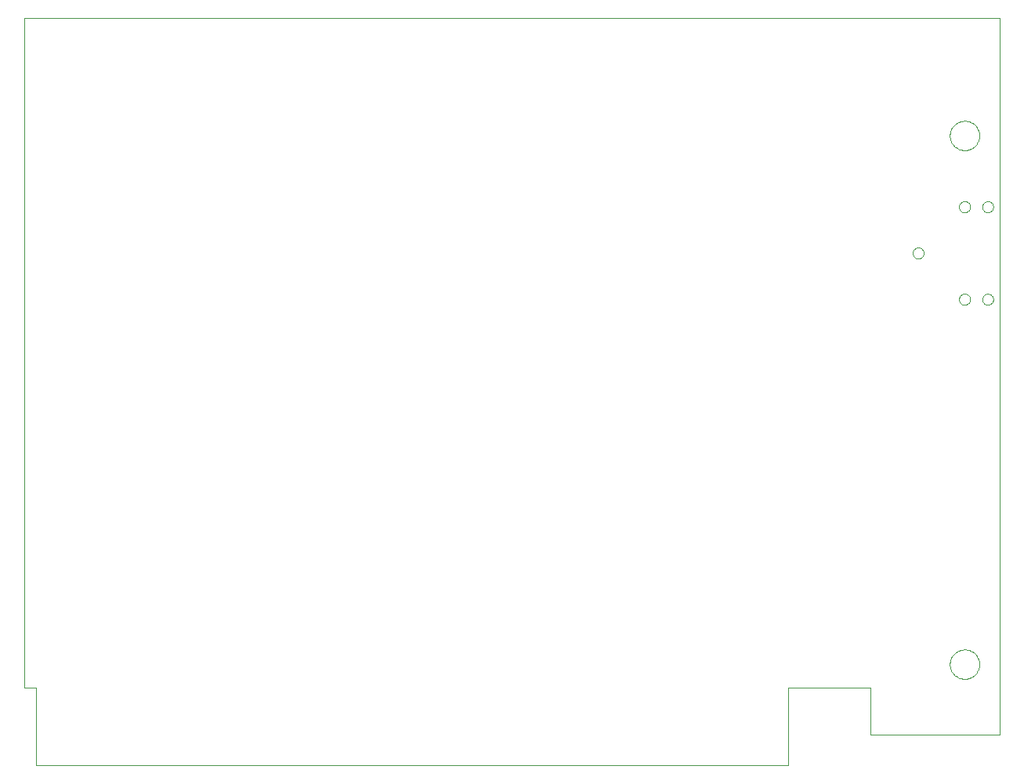
<source format=gko>
G75*
%MOIN*%
%OFA0B0*%
%FSLAX24Y24*%
%IPPOS*%
%LPD*%
%AMOC8*
5,1,8,0,0,1.08239X$1,22.5*
%
%ADD10C,0.0000*%
D10*
X000733Y000140D02*
X032733Y000140D01*
X032733Y003440D01*
X036233Y003440D01*
X036233Y001440D01*
X041733Y001440D01*
X041733Y031936D01*
X000233Y031936D01*
X000233Y003440D01*
X000733Y003440D01*
X000733Y000140D01*
X038029Y021940D02*
X038031Y021970D01*
X038037Y022000D01*
X038046Y022029D01*
X038059Y022056D01*
X038076Y022081D01*
X038095Y022104D01*
X038118Y022125D01*
X038143Y022142D01*
X038169Y022156D01*
X038198Y022166D01*
X038227Y022173D01*
X038257Y022176D01*
X038288Y022175D01*
X038318Y022170D01*
X038347Y022161D01*
X038374Y022149D01*
X038400Y022134D01*
X038424Y022115D01*
X038445Y022093D01*
X038463Y022069D01*
X038478Y022042D01*
X038489Y022014D01*
X038497Y021985D01*
X038501Y021955D01*
X038501Y021925D01*
X038497Y021895D01*
X038489Y021866D01*
X038478Y021838D01*
X038463Y021811D01*
X038445Y021787D01*
X038424Y021765D01*
X038400Y021746D01*
X038374Y021731D01*
X038347Y021719D01*
X038318Y021710D01*
X038288Y021705D01*
X038257Y021704D01*
X038227Y021707D01*
X038198Y021714D01*
X038169Y021724D01*
X038143Y021738D01*
X038118Y021755D01*
X038095Y021776D01*
X038076Y021799D01*
X038059Y021824D01*
X038046Y021851D01*
X038037Y021880D01*
X038031Y021910D01*
X038029Y021940D01*
X039997Y019971D02*
X039999Y020001D01*
X040005Y020031D01*
X040014Y020060D01*
X040027Y020087D01*
X040044Y020112D01*
X040063Y020135D01*
X040086Y020156D01*
X040111Y020173D01*
X040137Y020187D01*
X040166Y020197D01*
X040195Y020204D01*
X040225Y020207D01*
X040256Y020206D01*
X040286Y020201D01*
X040315Y020192D01*
X040342Y020180D01*
X040368Y020165D01*
X040392Y020146D01*
X040413Y020124D01*
X040431Y020100D01*
X040446Y020073D01*
X040457Y020045D01*
X040465Y020016D01*
X040469Y019986D01*
X040469Y019956D01*
X040465Y019926D01*
X040457Y019897D01*
X040446Y019869D01*
X040431Y019842D01*
X040413Y019818D01*
X040392Y019796D01*
X040368Y019777D01*
X040342Y019762D01*
X040315Y019750D01*
X040286Y019741D01*
X040256Y019736D01*
X040225Y019735D01*
X040195Y019738D01*
X040166Y019745D01*
X040137Y019755D01*
X040111Y019769D01*
X040086Y019786D01*
X040063Y019807D01*
X040044Y019830D01*
X040027Y019855D01*
X040014Y019882D01*
X040005Y019911D01*
X039999Y019941D01*
X039997Y019971D01*
X040982Y019971D02*
X040984Y020001D01*
X040990Y020031D01*
X040999Y020060D01*
X041012Y020087D01*
X041029Y020112D01*
X041048Y020135D01*
X041071Y020156D01*
X041096Y020173D01*
X041122Y020187D01*
X041151Y020197D01*
X041180Y020204D01*
X041210Y020207D01*
X041241Y020206D01*
X041271Y020201D01*
X041300Y020192D01*
X041327Y020180D01*
X041353Y020165D01*
X041377Y020146D01*
X041398Y020124D01*
X041416Y020100D01*
X041431Y020073D01*
X041442Y020045D01*
X041450Y020016D01*
X041454Y019986D01*
X041454Y019956D01*
X041450Y019926D01*
X041442Y019897D01*
X041431Y019869D01*
X041416Y019842D01*
X041398Y019818D01*
X041377Y019796D01*
X041353Y019777D01*
X041327Y019762D01*
X041300Y019750D01*
X041271Y019741D01*
X041241Y019736D01*
X041210Y019735D01*
X041180Y019738D01*
X041151Y019745D01*
X041122Y019755D01*
X041096Y019769D01*
X041071Y019786D01*
X041048Y019807D01*
X041029Y019830D01*
X041012Y019855D01*
X040999Y019882D01*
X040990Y019911D01*
X040984Y019941D01*
X040982Y019971D01*
X040982Y023909D02*
X040984Y023939D01*
X040990Y023969D01*
X040999Y023998D01*
X041012Y024025D01*
X041029Y024050D01*
X041048Y024073D01*
X041071Y024094D01*
X041096Y024111D01*
X041122Y024125D01*
X041151Y024135D01*
X041180Y024142D01*
X041210Y024145D01*
X041241Y024144D01*
X041271Y024139D01*
X041300Y024130D01*
X041327Y024118D01*
X041353Y024103D01*
X041377Y024084D01*
X041398Y024062D01*
X041416Y024038D01*
X041431Y024011D01*
X041442Y023983D01*
X041450Y023954D01*
X041454Y023924D01*
X041454Y023894D01*
X041450Y023864D01*
X041442Y023835D01*
X041431Y023807D01*
X041416Y023780D01*
X041398Y023756D01*
X041377Y023734D01*
X041353Y023715D01*
X041327Y023700D01*
X041300Y023688D01*
X041271Y023679D01*
X041241Y023674D01*
X041210Y023673D01*
X041180Y023676D01*
X041151Y023683D01*
X041122Y023693D01*
X041096Y023707D01*
X041071Y023724D01*
X041048Y023745D01*
X041029Y023768D01*
X041012Y023793D01*
X040999Y023820D01*
X040990Y023849D01*
X040984Y023879D01*
X040982Y023909D01*
X039997Y023909D02*
X039999Y023939D01*
X040005Y023969D01*
X040014Y023998D01*
X040027Y024025D01*
X040044Y024050D01*
X040063Y024073D01*
X040086Y024094D01*
X040111Y024111D01*
X040137Y024125D01*
X040166Y024135D01*
X040195Y024142D01*
X040225Y024145D01*
X040256Y024144D01*
X040286Y024139D01*
X040315Y024130D01*
X040342Y024118D01*
X040368Y024103D01*
X040392Y024084D01*
X040413Y024062D01*
X040431Y024038D01*
X040446Y024011D01*
X040457Y023983D01*
X040465Y023954D01*
X040469Y023924D01*
X040469Y023894D01*
X040465Y023864D01*
X040457Y023835D01*
X040446Y023807D01*
X040431Y023780D01*
X040413Y023756D01*
X040392Y023734D01*
X040368Y023715D01*
X040342Y023700D01*
X040315Y023688D01*
X040286Y023679D01*
X040256Y023674D01*
X040225Y023673D01*
X040195Y023676D01*
X040166Y023683D01*
X040137Y023693D01*
X040111Y023707D01*
X040086Y023724D01*
X040063Y023745D01*
X040044Y023768D01*
X040027Y023793D01*
X040014Y023820D01*
X040005Y023849D01*
X039999Y023879D01*
X039997Y023909D01*
X039608Y026940D02*
X039610Y026990D01*
X039616Y027039D01*
X039626Y027088D01*
X039639Y027135D01*
X039657Y027182D01*
X039678Y027227D01*
X039702Y027270D01*
X039730Y027311D01*
X039761Y027350D01*
X039795Y027386D01*
X039832Y027420D01*
X039872Y027450D01*
X039913Y027477D01*
X039957Y027501D01*
X040002Y027521D01*
X040049Y027537D01*
X040097Y027550D01*
X040146Y027559D01*
X040196Y027564D01*
X040245Y027565D01*
X040295Y027562D01*
X040344Y027555D01*
X040393Y027544D01*
X040440Y027530D01*
X040486Y027511D01*
X040531Y027489D01*
X040574Y027464D01*
X040614Y027435D01*
X040652Y027403D01*
X040688Y027369D01*
X040721Y027331D01*
X040750Y027291D01*
X040776Y027249D01*
X040799Y027205D01*
X040818Y027159D01*
X040834Y027112D01*
X040846Y027063D01*
X040854Y027014D01*
X040858Y026965D01*
X040858Y026915D01*
X040854Y026866D01*
X040846Y026817D01*
X040834Y026768D01*
X040818Y026721D01*
X040799Y026675D01*
X040776Y026631D01*
X040750Y026589D01*
X040721Y026549D01*
X040688Y026511D01*
X040652Y026477D01*
X040614Y026445D01*
X040574Y026416D01*
X040531Y026391D01*
X040486Y026369D01*
X040440Y026350D01*
X040393Y026336D01*
X040344Y026325D01*
X040295Y026318D01*
X040245Y026315D01*
X040196Y026316D01*
X040146Y026321D01*
X040097Y026330D01*
X040049Y026343D01*
X040002Y026359D01*
X039957Y026379D01*
X039913Y026403D01*
X039872Y026430D01*
X039832Y026460D01*
X039795Y026494D01*
X039761Y026530D01*
X039730Y026569D01*
X039702Y026610D01*
X039678Y026653D01*
X039657Y026698D01*
X039639Y026745D01*
X039626Y026792D01*
X039616Y026841D01*
X039610Y026890D01*
X039608Y026940D01*
X039608Y004440D02*
X039610Y004490D01*
X039616Y004539D01*
X039626Y004588D01*
X039639Y004635D01*
X039657Y004682D01*
X039678Y004727D01*
X039702Y004770D01*
X039730Y004811D01*
X039761Y004850D01*
X039795Y004886D01*
X039832Y004920D01*
X039872Y004950D01*
X039913Y004977D01*
X039957Y005001D01*
X040002Y005021D01*
X040049Y005037D01*
X040097Y005050D01*
X040146Y005059D01*
X040196Y005064D01*
X040245Y005065D01*
X040295Y005062D01*
X040344Y005055D01*
X040393Y005044D01*
X040440Y005030D01*
X040486Y005011D01*
X040531Y004989D01*
X040574Y004964D01*
X040614Y004935D01*
X040652Y004903D01*
X040688Y004869D01*
X040721Y004831D01*
X040750Y004791D01*
X040776Y004749D01*
X040799Y004705D01*
X040818Y004659D01*
X040834Y004612D01*
X040846Y004563D01*
X040854Y004514D01*
X040858Y004465D01*
X040858Y004415D01*
X040854Y004366D01*
X040846Y004317D01*
X040834Y004268D01*
X040818Y004221D01*
X040799Y004175D01*
X040776Y004131D01*
X040750Y004089D01*
X040721Y004049D01*
X040688Y004011D01*
X040652Y003977D01*
X040614Y003945D01*
X040574Y003916D01*
X040531Y003891D01*
X040486Y003869D01*
X040440Y003850D01*
X040393Y003836D01*
X040344Y003825D01*
X040295Y003818D01*
X040245Y003815D01*
X040196Y003816D01*
X040146Y003821D01*
X040097Y003830D01*
X040049Y003843D01*
X040002Y003859D01*
X039957Y003879D01*
X039913Y003903D01*
X039872Y003930D01*
X039832Y003960D01*
X039795Y003994D01*
X039761Y004030D01*
X039730Y004069D01*
X039702Y004110D01*
X039678Y004153D01*
X039657Y004198D01*
X039639Y004245D01*
X039626Y004292D01*
X039616Y004341D01*
X039610Y004390D01*
X039608Y004440D01*
M02*

</source>
